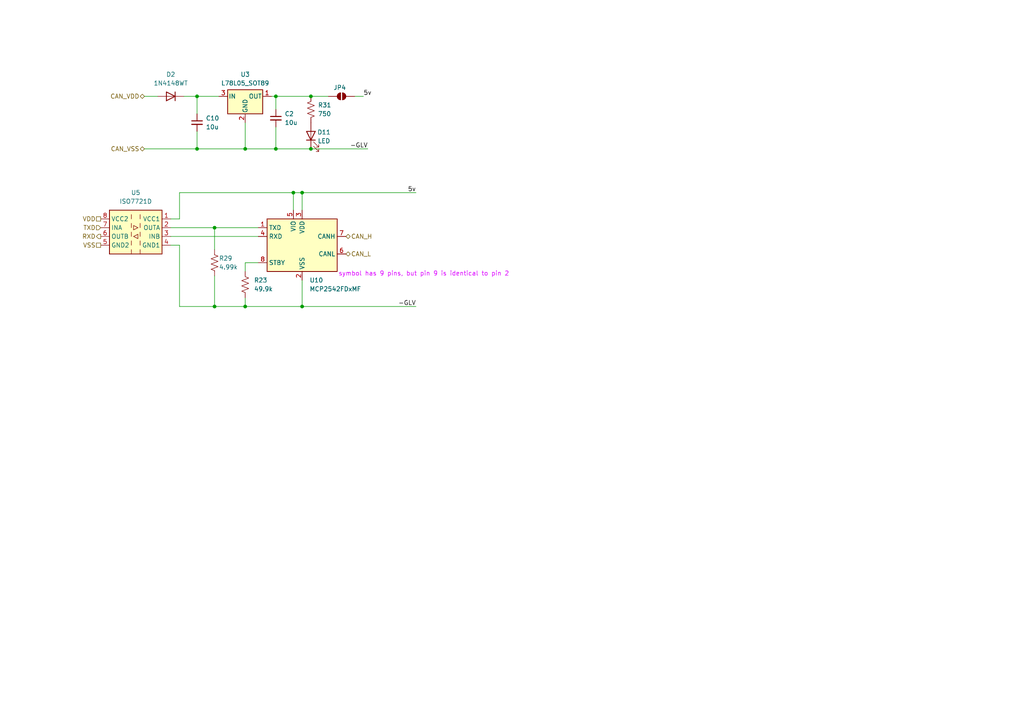
<source format=kicad_sch>
(kicad_sch (version 20250114) (generator "eeschema") (generator_version "9.0")
  (paper "A4")
  (lib_symbols
    (symbol "Device:C_Small" (pin_numbers (hide yes)) (pin_names (offset 0.254) (hide yes))
      (property "Reference" "C" (at 0.254 1.778 0))
      (property "Value" "C_Small" (at 0.254 -2.032 0))
      (symbol "C_Small_0_1"
        (polyline (pts (xy -1.524 0.508) (xy 1.524 0.508)) (stroke (width 0.3048)))
        (polyline (pts (xy -1.524 -0.508) (xy 1.524 -0.508)) (stroke (width 0.3302)))
      )
      (symbol "C_Small_1_1"
        (pin passive line (at 0 2.54 270) (length 2.032) (name "~") (number "1"))
        (pin passive line (at 0 -2.54 90) (length 2.032) (name "~") (number "2"))
      )
    )
    (symbol "Device:LED" (pin_numbers (hide yes)) (pin_names (offset 1.016) (hide yes))
      (property "Reference" "D" (at 0 2.54 0))
      (property "Value" "LED" (at 0 -2.54 0))
      (symbol "LED_0_1"
        (polyline (pts (xy -3.048 -0.762) (xy -4.572 -2.286) (xy -3.81 -2.286) (xy -4.572 -2.286) (xy -4.572 -1.524)))
        (polyline (pts (xy -1.778 -0.762) (xy -3.302 -2.286) (xy -2.54 -2.286) (xy -3.302 -2.286) (xy -3.302 -1.524)))
        (polyline (pts (xy -1.27 0) (xy 1.27 0)))
        (polyline (pts (xy -1.27 -1.27) (xy -1.27 1.27)) (stroke (width 0.254)))
        (polyline (pts (xy 1.27 -1.27) (xy 1.27 1.27) (xy -1.27 0) (xy 1.27 -1.27)) (stroke (width 0.254)))
      )
      (symbol "LED_1_1"
        (pin passive line (at -3.81 0 0) (length 2.54) (name "K") (number "1"))
        (pin passive line (at 3.81 0 180) (length 2.54) (name "A") (number "2"))
      )
    )
    (symbol "Device:R_US" (pin_numbers (hide yes)) (pin_names (offset 0))
      (property "Reference" "R" (at 2.54 0 90))
      (property "Value" "R_US" (at -2.54 0 90))
      (symbol "R_US_0_1"
        (polyline (pts (xy 0 2.286) (xy 0 2.54)))
        (polyline (pts (xy 0 2.286) (xy 1.016 1.905) (xy 0 1.524) (xy -1.016 1.143) (xy 0 0.762)))
        (polyline (pts (xy 0 0.762) (xy 1.016 0.381) (xy 0 0) (xy -1.016 -0.381) (xy 0 -0.762)))
        (polyline (pts (xy 0 -0.762) (xy 1.016 -1.143) (xy 0 -1.524) (xy -1.016 -1.905) (xy 0 -2.286)))
        (polyline (pts (xy 0 -2.286) (xy 0 -2.54)))
      )
      (symbol "R_US_1_1"
        (pin passive line (at 0 3.81 270) (length 1.27) (name "~") (number "1"))
        (pin passive line (at 0 -3.81 90) (length 1.27) (name "~") (number "2"))
      )
    )
    (symbol "Diode:1N4148WT" (pin_numbers (hide yes)) (pin_names (hide yes))
      (property "Reference" "D" (at 0 2.54 0))
      (property "Value" "1N4148WT" (at 0 -2.54 0))
      (symbol "1N4148WT_0_1"
        (polyline (pts (xy -1.27 1.27) (xy -1.27 -1.27)) (stroke (width 0.254)))
        (polyline (pts (xy 1.27 1.27) (xy 1.27 -1.27) (xy -1.27 0) (xy 1.27 1.27)) (stroke (width 0.254)))
        (polyline (pts (xy 1.27 0) (xy -1.27 0)))
      )
      (symbol "1N4148WT_1_1"
        (pin passive line (at -3.81 0 0) (length 2.54) (name "K") (number "1"))
        (pin passive line (at 3.81 0 180) (length 2.54) (name "A") (number "2"))
      )
    )
    (symbol "Interface_CAN_LIN:MCP2542FDxMF"
      (property "Reference" "U" (at -10.16 8.89 0))
      (property "Value" "MCP2542FDxMF" (at 2.54 8.89 0))
      (symbol "MCP2542FDxMF_0_1"
        (rectangle (start -10.16 7.62) (end 10.16 -7.62) (stroke (width 0.254)) (fill (type background)))
      )
      (symbol "MCP2542FDxMF_1_1"
        (pin input line (at -12.7 5.08 0) (length 2.54) (name "TXD") (number "1"))
        (pin output line (at -12.7 2.54 0) (length 2.54) (name "RXD") (number "4"))
        (pin input line (at -12.7 -5.08 0) (length 2.54) (name "STBY") (number "8"))
        (pin power_in line (at -2.54 10.16 270) (length 2.54) (name "VIO") (number "5"))
        (pin power_in line (at 0 10.16 270) (length 2.54) (name "VDD") (number "3"))
        (pin power_in line (at 0 -10.16 90) (length 2.54) (name "VSS") (number "2"))
        (pin passive line (at 0 -10.16 90) (length 2.54) (hide yes) (name "VSS") (number "9"))
        (pin bidirectional line (at 12.7 2.54 180) (length 2.54) (name "CANH") (number "7"))
        (pin bidirectional line (at 12.7 -2.54 180) (length 2.54) (name "CANL") (number "6"))
      )
    )
    (symbol "Isolator:ISO7721D"
      (property "Reference" "U" (at 0 10.795 0))
      (property "Value" "ISO7721D" (at 0 8.89 0))
      (symbol "ISO7721D_0_1"
        (rectangle (start -7.62 7.62) (end 7.62 -5.08) (stroke (width 0.254)) (fill (type background)))
        (polyline (pts (xy -1.27 6.35) (xy -1.27 5.08)))
        (polyline (pts (xy -1.27 3.81) (xy -1.27 2.54)))
        (polyline (pts (xy -1.27 1.27) (xy -1.27 0)))
        (polyline (pts (xy -1.27 -1.27) (xy -1.27 -2.54)))
        (polyline (pts (xy -1.27 -3.81) (xy -1.27 -5.08)))
        (polyline (pts (xy -0.635 2.54) (xy 0.635 3.175) (xy 0.635 1.905) (xy -0.635 2.54)))
        (polyline (pts (xy -0.635 0.635) (xy -0.635 -0.635) (xy 0.635 0) (xy -0.635 0.635)))
        (polyline (pts (xy 1.27 6.35) (xy 1.27 5.08)))
        (polyline (pts (xy 1.27 3.81) (xy 1.27 2.54)))
        (polyline (pts (xy 1.27 1.27) (xy 1.27 0)))
        (polyline (pts (xy 1.27 -1.27) (xy 1.27 -2.54)))
        (polyline (pts (xy 1.27 -3.81) (xy 1.27 -5.08)))
      )
      (symbol "ISO7721D_1_1"
        (pin power_in line (at -10.16 5.08 0) (length 2.54) (name "VCC1") (number "1"))
        (pin output line (at -10.16 2.54 0) (length 2.54) (name "OUTA") (number "2"))
        (pin input line (at -10.16 0 0) (length 2.54) (name "INB") (number "3"))
        (pin power_in line (at -10.16 -2.54 0) (length 2.54) (name "GND1") (number "4"))
        (pin power_in line (at 10.16 5.08 180) (length 2.54) (name "VCC2") (number "8"))
        (pin input line (at 10.16 2.54 180) (length 2.54) (name "INA") (number "7"))
        (pin output line (at 10.16 0 180) (length 2.54) (name "OUTB") (number "6"))
        (pin power_in line (at 10.16 -2.54 180) (length 2.54) (name "GND2") (number "5"))
      )
    )
    (symbol "Jumper:SolderJumper_2_Open" (pin_numbers (hide yes)) (pin_names (offset 0) (hide yes)) (in_bom no)
      (property "Reference" "JP" (at 0 2.032 0))
      (property "Value" "SolderJumper_2_Open" (at 0 -2.54 0))
      (symbol "SolderJumper_2_Open_0_1"
        (polyline (pts (xy -0.254 1.016) (xy -0.254 -1.016)))
        (arc (start -0.254 -1.016) (mid -1.2656 0) (end -0.254 1.016))
        (arc (start -0.254 -1.016) (mid -1.2656 0) (end -0.254 1.016) (fill (type outline)))
        (arc (start 0.254 1.016) (mid 1.2656 0) (end 0.254 -1.016))
        (arc (start 0.254 1.016) (mid 1.2656 0) (end 0.254 -1.016) (fill (type outline)))
        (polyline (pts (xy 0.254 1.016) (xy 0.254 -1.016)))
      )
      (symbol "SolderJumper_2_Open_1_1"
        (pin passive line (at -3.81 0 0) (length 2.54) (name "A") (number "1"))
        (pin passive line (at 3.81 0 180) (length 2.54) (name "B") (number "2"))
      )
    )
    (symbol "Regulator_Linear:L78L05_SOT89" (pin_names (offset 0.254))
      (property "Reference" "U" (at -3.81 3.175 0))
      (property "Value" "L78L05_SOT89" (at -0.635 3.175 0))
      (symbol "L78L05_SOT89_0_1"
        (rectangle (start -5.08 1.905) (end 5.08 -5.08) (stroke (width 0.254)) (fill (type background)))
      )
      (symbol "L78L05_SOT89_1_1"
        (pin power_in line (at -7.62 0 0) (length 2.54) (name "IN") (number "3"))
        (pin power_in line (at 0 -7.62 90) (length 2.54) (name "GND") (number "2"))
        (pin power_out line (at 7.62 0 180) (length 2.54) (name "OUT") (number "1"))
      )
    )
  )
  (text "symbol has 9 pins, but pin 9 is identical to pin 2" (at 122.936 79.502 0) (effects (font (size 1.27 1.27))))
  (junction (at 62.23 66.04))
  (junction (at 80.01 43.18))
  (junction (at 62.23 88.9))
  (junction (at 90.17 43.18))
  (junction (at 87.63 55.88))
  (junction (at 90.17 27.94))
  (junction (at 57.15 43.18))
  (junction (at 71.12 43.18))
  (junction (at 71.12 88.9))
  (junction (at 57.15 27.94))
  (junction (at 85.09 55.88))
  (junction (at 87.63 88.9))
  (junction (at 80.01 27.94))
  (wire (pts (xy 57.15 33.02) (xy 57.15 27.94)))
  (wire (pts (xy 71.12 76.2) (xy 71.12 78.74)))
  (wire (pts (xy 57.15 43.18) (xy 57.15 38.1)))
  (wire (pts (xy 52.07 55.88) (xy 52.07 63.5)))
  (wire (pts (xy 49.53 63.5) (xy 52.07 63.5)))
  (wire (pts (xy 87.63 88.9) (xy 87.63 81.28)))
  (wire (pts (xy 85.09 55.88) (xy 52.07 55.88)))
  (wire (pts (xy 85.09 55.88) (xy 85.09 60.96)))
  (wire (pts (xy 78.74 27.94) (xy 80.01 27.94)))
  (wire (pts (xy 62.23 80.01) (xy 62.23 88.9)))
  (wire (pts (xy 71.12 86.36) (xy 71.12 88.9)))
  (wire (pts (xy 80.01 36.83) (xy 80.01 43.18)))
  (wire (pts (xy 62.23 66.04) (xy 62.23 72.39)))
  (wire (pts (xy 41.91 43.18) (xy 57.15 43.18)))
  (wire (pts (xy 87.63 55.88) (xy 85.09 55.88)))
  (wire (pts (xy 80.01 43.18) (xy 90.17 43.18)))
  (wire (pts (xy 57.15 27.94) (xy 63.5 27.94)))
  (wire (pts (xy 71.12 35.56) (xy 71.12 43.18)))
  (wire (pts (xy 71.12 88.9) (xy 87.63 88.9)))
  (wire (pts (xy 71.12 43.18) (xy 80.01 43.18)))
  (wire (pts (xy 71.12 76.2) (xy 74.93 76.2)))
  (wire (pts (xy 49.53 68.58) (xy 74.93 68.58)))
  (wire (pts (xy 71.12 88.9) (xy 62.23 88.9)))
  (wire (pts (xy 62.23 66.04) (xy 74.93 66.04)))
  (wire (pts (xy 49.53 66.04) (xy 62.23 66.04)))
  (wire (pts (xy 102.87 27.94) (xy 105.41 27.94)))
  (wire (pts (xy 41.91 27.94) (xy 45.72 27.94)))
  (wire (pts (xy 87.63 55.88) (xy 87.63 60.96)))
  (wire (pts (xy 87.63 88.9) (xy 120.65 88.9)))
  (wire (pts (xy 53.34 27.94) (xy 57.15 27.94)))
  (wire (pts (xy 80.01 27.94) (xy 90.17 27.94)))
  (wire (pts (xy 87.63 55.88) (xy 120.65 55.88)))
  (wire (pts (xy 52.07 88.9) (xy 62.23 88.9)))
  (wire (pts (xy 90.17 43.18) (xy 106.68 43.18)))
  (wire (pts (xy 52.07 71.12) (xy 49.53 71.12)))
  (wire (pts (xy 57.15 43.18) (xy 71.12 43.18)))
  (wire (pts (xy 52.07 71.12) (xy 52.07 88.9)))
  (wire (pts (xy 80.01 27.94) (xy 80.01 31.75)))
  (wire (pts (xy 90.17 27.94) (xy 95.25 27.94)))
  (label "-GLV" (at 120.65 88.9 180))
  (label "-GLV" (at 106.68 43.18 180))
  (label "5v" (at 105.41 27.94 0))
  (label "5v" (at 120.65 55.88 180))
  (hierarchical_label "CAN_VDD" (shape bidirectional) (at 41.91 27.94 180))
  (hierarchical_label "CAN_H" (shape bidirectional) (at 100.33 68.58 0))
  (hierarchical_label "TXD" (shape input) (at 29.21 66.04 180))
  (hierarchical_label "CAN_VSS" (shape bidirectional) (at 41.91 43.18 180))
  (hierarchical_label "VDD" (shape passive) (at 29.21 63.5 180))
  (hierarchical_label "VSS" (shape passive) (at 29.21 71.12 180))
  (hierarchical_label "CAN_L" (shape bidirectional) (at 100.33 73.66 0))
  (hierarchical_label "RXD" (shape output) (at 29.21 68.58 180))
  (symbol (lib_id "Diode:1N4148WT") (at 49.53 27.94 180) (unit 1)
    (property "Reference" "D2" (at 49.53 21.59 0))
    (property "Value" "1N4148WT" (at 49.53 24.13 0))
    (property "Footprint" "Diode_SMD:D_SOD-523" (effects (hide yes)))
    (property "Datasheet" "https://www.diodes.com/assets/Datasheets/ds30396.pdf" (effects (hide yes)))
    (property "Description" "75V 0.15A Fast switching Diode, SOD-523" (effects (hide yes)))
    (property "Sim.Device" "D" (effects (hide yes)))
    (property "Sim.Pins" "1=K 2=A" (effects (hide yes)))
    (property "mouser" "https://www.mouser.com/ProductDetail/onsemi-Fairchild/1N4148WT?qs=2%2FYqgE%252BHg%252BJTXBWnIBbu3Q%3D%3D&utm_id=9523809487&utm_source=google&utm_medium=cpc&utm_marketing_tactic=amercorp&gad_source=1&gad_campaignid=9523809487&gclid=CjwKCAjw3tzHBhBREiwAlMJoUkuAdbybt-_rgxtK7uwQ9eslzI6fWl0nvYir_ccWJXBqixHFfyIeLBoCDO0QAvD_BwE" (effects (hide yes)))
    (property "unit x10" "0.069" (effects (hide yes)))
    (property "unit x1" "0.10" (effects (hide yes)))
  )
  (symbol (lib_id "Device:C_Small") (at 57.15 35.56 0) (unit 1)
    (property "Reference" "C10" (at 59.69 34.2962 0) (effects (justify left)))
    (property "Value" "10u" (at 59.69 36.8362 0) (effects (justify left)))
    (property "Footprint" "Capacitor_SMD:C_1206_3216Metric_Pad1.33x1.80mm_HandSolder" (effects (hide yes)))
    (property "Description" "50Vdc, 10%, +125C" (effects (hide yes)))
    (property "mouser" "https://www.mouser.com/ProductDetail/Samsung-Electro-Mechanics/CL31A106KBHNNNE?qs=sGAEpiMZZMsh%252B1woXyUXjxqcB7t9naYpzWmpMbMJIKQ%3D" (effects (hide yes)))
    (property "specs" "10uF, 50VDC, X5R, 10%, -55C, +85C" (effects (hide yes)))
    (property "unit x10" "0.07" (effects (hide yes)))
  )
  (symbol (lib_id "Device:R_US") (at 62.23 76.2 0) (unit 1)
    (property "Reference" "R29" (at 63.5 74.93 0) (effects (justify left)))
    (property "Value" "4.99k" (at 63.5 77.47 0) (effects (justify left)))
    (property "Footprint" "Resistor_SMD:R_1206_3216Metric_Pad1.30x1.75mm_HandSolder" (effects (hide yes)))
    (property "Description" "Resistor, US symbol" (effects (hide yes)))
    (property "mouser" "https://www.mouser.com/ProductDetail/SEI-Stackpole/RNCP1206FTD4K99?qs=sGAEpiMZZMvdGkrng054tyMPH50YnZ95yR%2FF2bQQIaAb5UdPiGbTtQ%3D%3D" (effects (hide yes)))
    (property "specs" "4.99kOhm, 200V, 500mW, 1%, 100PPM, -55C, +155C" (effects (hide yes)))
    (property "unit x10" "0.017" (effects (hide yes)))
  )
  (symbol (lib_id "Isolator:ISO7721D") (at 39.37 68.58 0) (mirror y) (unit 1)
    (property "Reference" "U5" (at 39.37 55.88 0))
    (property "Value" "ISO7721D" (at 39.37 58.42 0))
    (property "Footprint" "Package_SO:SOIC-8_3.9x4.9mm_P1.27mm" (effects (hide yes)))
    (property "Datasheet" "https://www.ti.com/lit/ds/symlink/iso7721.pdf" (effects (hide yes)))
    (property "Description" "Low Power Dual-Channel 1/1 Digital Isolator, 100Mbps 11ns, Fail-Safe High, SOIC-8 (150mil)" (effects (hide yes)))
    (property "mouser" "https://www.mouser.com/ProductDetail/Texas-Instruments/ISO7721FDR?qs=0C8XhJW8e4q%2Fbyy%252BjjA6jQ%3D%3D" (effects (hide yes)))
    (property "specs" "3000Vrms, 100Mb/s, unidir, 17ns prop, 3.9ns R&F" (effects (hide yes)))
    (property "unit x10" "1.22" (effects (hide yes)))
  )
  (symbol (lib_id "Device:R_US") (at 71.12 82.55 180) (unit 1)
    (property "Reference" "R23" (at 73.66 81.2799 0) (effects (justify right)))
    (property "Value" "49.9k" (at 73.66 83.8199 0) (effects (justify right)))
    (property "Footprint" "Resistor_SMD:R_1206_3216Metric_Pad1.30x1.75mm_HandSolder" (effects (hide yes)))
    (property "Description" "0.1% , +155C, 255mW, 200V" (effects (hide yes)))
    (property "mouser" "https://www.mouser.com/ProductDetail/SEI-Stackpole/RNCP1206FTD49K9?qs=sGAEpiMZZMtlubZbdhIBIA%252B43obPAL0t%252Bb%2FrZA8g8Pk%3D" (effects (hide yes)))
    (property "specs" "49.9kOhms, 500mW, 1%, 200V, 100PPM, -55C, +155C" (effects (hide yes)))
    (property "unit x10" "0.014" (effects (hide yes)))
  )
  (symbol (lib_id "Regulator_Linear:L78L05_SOT89") (at 71.12 27.94 0) (unit 1)
    (property "Reference" "U3" (at 71.12 21.59 0))
    (property "Value" "L78L05_SOT89" (at 71.12 24.13 0))
    (property "Footprint" "Package_TO_SOT_SMD:SOT-89-3" (effects (hide yes)))
    (property "Datasheet" "http://www.st.com/content/ccc/resource/technical/document/datasheet/15/55/e5/aa/23/5b/43/fd/CD00000446.pdf/files/CD00000446.pdf/jcr:content/translations/en.CD00000446.pdf" (effects (hide yes)))
    (property "Description" "Positive 100mA 30V Linear Regulator, Fixed Output 5V, SOT-89" (effects (hide yes)))
  )
  (symbol (lib_id "Interface_CAN_LIN:MCP2542FDxMF") (at 87.63 71.12 0) (unit 1)
    (property "Reference" "U10" (at 89.7733 81.28 0) (effects (justify left)))
    (property "Value" "MCP2542FDxMF" (at 89.7733 83.82 0) (effects (justify left)))
    (property "Footprint" "zzLocalLibraries-Footprints:SOIC-8_4.9x6.0mm_P1.27mm" (effects (hide yes)))
    (property "Datasheet" "http://ww1.microchip.com/downloads/en/DeviceDoc/MCP2542FD-4FD-MCP2542WFD-4WFD-Data-Sheet20005514B.pdf" (effects (hide yes)))
    (property "Description" "CAN-FD Transceiver, Wake-Up on CAN activity, 8Mbps, 5V supply, STBY pin, 3x3 DFN-8" (effects (hide yes)))
    (property "mouser" "https://www.mouser.com/ProductDetail/579-MCP2542FD-E-SN" (effects (hide yes)))
    (property "unit x10" "0.86" (effects (hide yes)))
  )
  (symbol (lib_id "Jumper:SolderJumper_2_Open") (at 99.06 27.94 0) (unit 1) (in_bom no)
    (property "Reference" "JP4" (at 98.552 25.4 0))
    (property "Value" "SolderJumper_2_Open" (effects (hide yes)))
    (property "Footprint" "Jumper:SolderJumper-2_P1.3mm_Open_TrianglePad1.0x1.5mm" (effects (hide yes)))
    (property "Description" "Solder Jumper, 2-pole, open" (effects (hide yes)))
  )
  (symbol (lib_id "Device:LED") (at 90.17 39.37 90) (unit 1)
    (property "Reference" "D11" (at 93.98 38.354 90))
    (property "Value" "LED" (at 93.98 40.894 90))
    (property "Footprint" "LED_SMD:LED_0603_1608Metric" (effects (hide yes)))
    (property "Description" "Amber LED, 5mA, 1.9Vf, 5Vr, 75mW" (effects (hide yes)))
    (property "Sim.Pins" "1=K 2=A" (effects (hide yes)))
    (property "mouser" "https://www.mouser.com/ProductDetail/Inolux/IN-S63AT5A?qs=sGAEpiMZZMusoohG2hS%252B168PbK3Wnfgfrs6xlVjjR%2FyR990S%252B53E4A%3D%3D" (effects (hide yes)))
    (property "specs" "amber, 5mA, 1.9V, 75mW, -40C, +85C" (effects (hide yes)))
    (property "unit x10" "0.118" (effects (hide yes)))
  )
  (symbol (lib_id "Device:R_US") (at 90.17 31.75 0) (mirror y) (unit 1)
    (property "Reference" "R31" (at 92.202 30.48 0) (effects (justify right)))
    (property "Value" "750" (at 92.202 33.02 0) (effects (justify right)))
    (property "Footprint" "Resistor_SMD:R_1206_3216Metric_Pad1.30x1.75mm_HandSolder" (effects (hide yes)))
    (property "Datasheet" "https://www.mouser.com/ProductDetail/Panasonic/ERJ-P08F6800V?qs=iIVTEDlrHA3SVAPfz%2FMedg%3D%3D" (effects (hide yes)))
    (property "Description" "Resistor, US symbol" (effects (hide yes)))
    (property "mouser" "https://www.mouser.com/ProductDetail/YAGEO/RC1206JR-13750RL?qs=sGAEpiMZZMvdGkrng054t8AJgcdMkx7xRBGyMWDk%2FFM%3D" (effects (hide yes)))
    (property "specs" "750mOhm, 250mW, 5%, 100PPM, 200C, -55C, +155C" (effects (hide yes)))
    (property "unit x10" "0.022" (effects (hide yes)))
  )
  (symbol (lib_id "Device:C_Small") (at 80.01 34.29 0) (unit 1)
    (property "Reference" "C2" (at 82.55 33.0262 0) (effects (justify left)))
    (property "Value" "10u" (at 82.55 35.5662 0) (effects (justify left)))
    (property "Footprint" "Capacitor_SMD:C_1206_3216Metric_Pad1.33x1.80mm_HandSolder" (effects (hide yes)))
    (property "Description" "50Vdc, 10%, +125C" (effects (hide yes)))
    (property "mouser" "https://www.mouser.com/ProductDetail/Samsung-Electro-Mechanics/CL31A106KBHNNNE?qs=sGAEpiMZZMsh%252B1woXyUXjxqcB7t9naYpzWmpMbMJIKQ%3D" (effects (hide yes)))
    (property "specs" "10uF, 50VDC, X5R, 10%, -55C, +85C" (effects (hide yes)))
    (property "unit x10" "0.07" (effects (hide yes)))
  )
)
</source>
